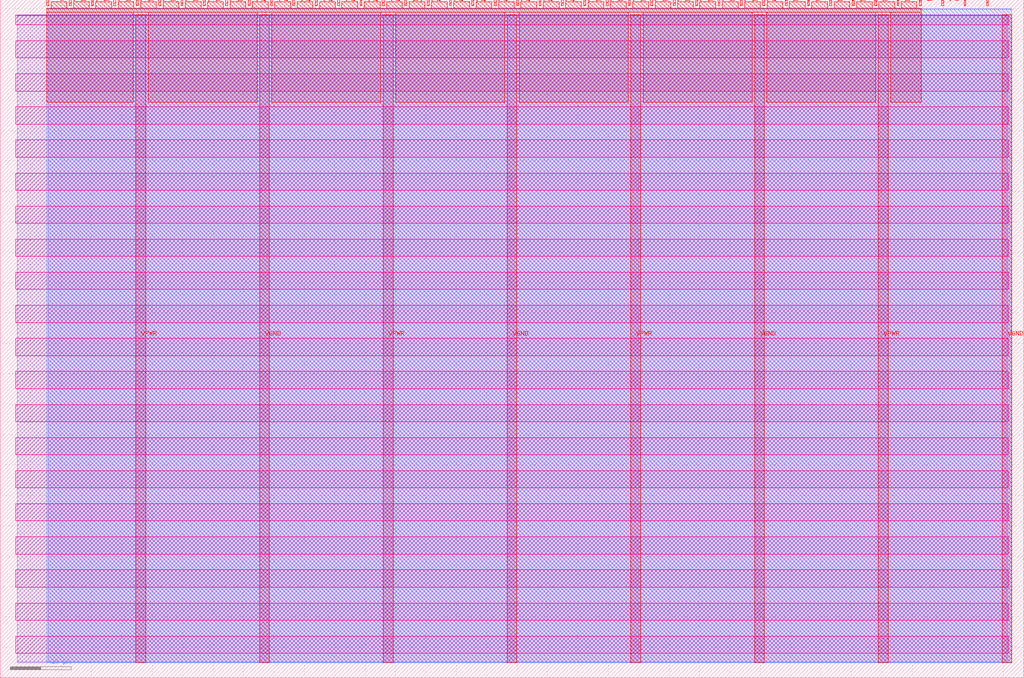
<source format=lef>
VERSION 5.7 ;
  NOWIREEXTENSIONATPIN ON ;
  DIVIDERCHAR "/" ;
  BUSBITCHARS "[]" ;
MACRO tt_um_dlmiles_muldiv4
  CLASS BLOCK ;
  FOREIGN tt_um_dlmiles_muldiv4 ;
  ORIGIN 0.000 0.000 ;
  SIZE 168.360 BY 111.520 ;
  PIN VGND
    DIRECTION INOUT ;
    USE GROUND ;
    PORT
      LAYER met4 ;
        RECT 42.670 2.480 44.270 109.040 ;
    END
    PORT
      LAYER met4 ;
        RECT 83.380 2.480 84.980 109.040 ;
    END
    PORT
      LAYER met4 ;
        RECT 124.090 2.480 125.690 109.040 ;
    END
    PORT
      LAYER met4 ;
        RECT 164.800 2.480 166.400 109.040 ;
    END
  END VGND
  PIN VPWR
    DIRECTION INOUT ;
    USE POWER ;
    PORT
      LAYER met4 ;
        RECT 22.315 2.480 23.915 109.040 ;
    END
    PORT
      LAYER met4 ;
        RECT 63.025 2.480 64.625 109.040 ;
    END
    PORT
      LAYER met4 ;
        RECT 103.735 2.480 105.335 109.040 ;
    END
    PORT
      LAYER met4 ;
        RECT 144.445 2.480 146.045 109.040 ;
    END
  END VPWR
  PIN clk
    DIRECTION INPUT ;
    USE SIGNAL ;
    PORT
      LAYER met4 ;
        RECT 158.550 110.520 158.850 111.520 ;
    END
  END clk
  PIN ena
    DIRECTION INPUT ;
    USE SIGNAL ;
    PORT
      LAYER met4 ;
        RECT 162.230 110.520 162.530 111.520 ;
    END
  END ena
  PIN rst_n
    DIRECTION INPUT ;
    USE SIGNAL ;
    PORT
      LAYER met4 ;
        RECT 154.870 110.520 155.170 111.520 ;
    END
  END rst_n
  PIN ui_in[0]
    DIRECTION INPUT ;
    USE SIGNAL ;
    ANTENNAGATEAREA 0.126000 ;
    PORT
      LAYER met4 ;
        RECT 151.190 110.520 151.490 111.520 ;
    END
  END ui_in[0]
  PIN ui_in[1]
    DIRECTION INPUT ;
    USE SIGNAL ;
    ANTENNAGATEAREA 0.213000 ;
    PORT
      LAYER met4 ;
        RECT 147.510 110.520 147.810 111.520 ;
    END
  END ui_in[1]
  PIN ui_in[2]
    DIRECTION INPUT ;
    USE SIGNAL ;
    ANTENNAGATEAREA 0.196500 ;
    PORT
      LAYER met4 ;
        RECT 143.830 110.520 144.130 111.520 ;
    END
  END ui_in[2]
  PIN ui_in[3]
    DIRECTION INPUT ;
    USE SIGNAL ;
    ANTENNAGATEAREA 0.196500 ;
    PORT
      LAYER met4 ;
        RECT 140.150 110.520 140.450 111.520 ;
    END
  END ui_in[3]
  PIN ui_in[4]
    DIRECTION INPUT ;
    USE SIGNAL ;
    ANTENNAGATEAREA 0.213000 ;
    PORT
      LAYER met4 ;
        RECT 136.470 110.520 136.770 111.520 ;
    END
  END ui_in[4]
  PIN ui_in[5]
    DIRECTION INPUT ;
    USE SIGNAL ;
    ANTENNAGATEAREA 0.159000 ;
    PORT
      LAYER met4 ;
        RECT 132.790 110.520 133.090 111.520 ;
    END
  END ui_in[5]
  PIN ui_in[6]
    DIRECTION INPUT ;
    USE SIGNAL ;
    ANTENNAGATEAREA 0.196500 ;
    PORT
      LAYER met4 ;
        RECT 129.110 110.520 129.410 111.520 ;
    END
  END ui_in[6]
  PIN ui_in[7]
    DIRECTION INPUT ;
    USE SIGNAL ;
    ANTENNAGATEAREA 0.196500 ;
    PORT
      LAYER met4 ;
        RECT 125.430 110.520 125.730 111.520 ;
    END
  END ui_in[7]
  PIN uio_in[0]
    DIRECTION INPUT ;
    USE SIGNAL ;
    PORT
      LAYER met4 ;
        RECT 121.750 110.520 122.050 111.520 ;
    END
  END uio_in[0]
  PIN uio_in[1]
    DIRECTION INPUT ;
    USE SIGNAL ;
    PORT
      LAYER met4 ;
        RECT 118.070 110.520 118.370 111.520 ;
    END
  END uio_in[1]
  PIN uio_in[2]
    DIRECTION INPUT ;
    USE SIGNAL ;
    PORT
      LAYER met4 ;
        RECT 114.390 110.520 114.690 111.520 ;
    END
  END uio_in[2]
  PIN uio_in[3]
    DIRECTION INPUT ;
    USE SIGNAL ;
    PORT
      LAYER met4 ;
        RECT 110.710 110.520 111.010 111.520 ;
    END
  END uio_in[3]
  PIN uio_in[4]
    DIRECTION INPUT ;
    USE SIGNAL ;
    PORT
      LAYER met4 ;
        RECT 107.030 110.520 107.330 111.520 ;
    END
  END uio_in[4]
  PIN uio_in[5]
    DIRECTION INPUT ;
    USE SIGNAL ;
    PORT
      LAYER met4 ;
        RECT 103.350 110.520 103.650 111.520 ;
    END
  END uio_in[5]
  PIN uio_in[6]
    DIRECTION INPUT ;
    USE SIGNAL ;
    ANTENNAGATEAREA 0.159000 ;
    PORT
      LAYER met4 ;
        RECT 99.670 110.520 99.970 111.520 ;
    END
  END uio_in[6]
  PIN uio_in[7]
    DIRECTION INPUT ;
    USE SIGNAL ;
    ANTENNAGATEAREA 0.213000 ;
    PORT
      LAYER met4 ;
        RECT 95.990 110.520 96.290 111.520 ;
    END
  END uio_in[7]
  PIN uio_oe[0]
    DIRECTION OUTPUT TRISTATE ;
    USE SIGNAL ;
    PORT
      LAYER met4 ;
        RECT 33.430 110.520 33.730 111.520 ;
    END
  END uio_oe[0]
  PIN uio_oe[1]
    DIRECTION OUTPUT TRISTATE ;
    USE SIGNAL ;
    PORT
      LAYER met4 ;
        RECT 29.750 110.520 30.050 111.520 ;
    END
  END uio_oe[1]
  PIN uio_oe[2]
    DIRECTION OUTPUT TRISTATE ;
    USE SIGNAL ;
    PORT
      LAYER met4 ;
        RECT 26.070 110.520 26.370 111.520 ;
    END
  END uio_oe[2]
  PIN uio_oe[3]
    DIRECTION OUTPUT TRISTATE ;
    USE SIGNAL ;
    PORT
      LAYER met4 ;
        RECT 22.390 110.520 22.690 111.520 ;
    END
  END uio_oe[3]
  PIN uio_oe[4]
    DIRECTION OUTPUT TRISTATE ;
    USE SIGNAL ;
    PORT
      LAYER met4 ;
        RECT 18.710 110.520 19.010 111.520 ;
    END
  END uio_oe[4]
  PIN uio_oe[5]
    DIRECTION OUTPUT TRISTATE ;
    USE SIGNAL ;
    PORT
      LAYER met4 ;
        RECT 15.030 110.520 15.330 111.520 ;
    END
  END uio_oe[5]
  PIN uio_oe[6]
    DIRECTION OUTPUT TRISTATE ;
    USE SIGNAL ;
    PORT
      LAYER met4 ;
        RECT 11.350 110.520 11.650 111.520 ;
    END
  END uio_oe[6]
  PIN uio_oe[7]
    DIRECTION OUTPUT TRISTATE ;
    USE SIGNAL ;
    PORT
      LAYER met4 ;
        RECT 7.670 110.520 7.970 111.520 ;
    END
  END uio_oe[7]
  PIN uio_out[0]
    DIRECTION OUTPUT TRISTATE ;
    USE SIGNAL ;
    PORT
      LAYER met4 ;
        RECT 62.870 110.520 63.170 111.520 ;
    END
  END uio_out[0]
  PIN uio_out[1]
    DIRECTION OUTPUT TRISTATE ;
    USE SIGNAL ;
    PORT
      LAYER met4 ;
        RECT 59.190 110.520 59.490 111.520 ;
    END
  END uio_out[1]
  PIN uio_out[2]
    DIRECTION OUTPUT TRISTATE ;
    USE SIGNAL ;
    PORT
      LAYER met4 ;
        RECT 55.510 110.520 55.810 111.520 ;
    END
  END uio_out[2]
  PIN uio_out[3]
    DIRECTION OUTPUT TRISTATE ;
    USE SIGNAL ;
    PORT
      LAYER met4 ;
        RECT 51.830 110.520 52.130 111.520 ;
    END
  END uio_out[3]
  PIN uio_out[4]
    DIRECTION OUTPUT TRISTATE ;
    USE SIGNAL ;
    PORT
      LAYER met4 ;
        RECT 48.150 110.520 48.450 111.520 ;
    END
  END uio_out[4]
  PIN uio_out[5]
    DIRECTION OUTPUT TRISTATE ;
    USE SIGNAL ;
    ANTENNADIFFAREA 0.445500 ;
    PORT
      LAYER met4 ;
        RECT 44.470 110.520 44.770 111.520 ;
    END
  END uio_out[5]
  PIN uio_out[6]
    DIRECTION OUTPUT TRISTATE ;
    USE SIGNAL ;
    PORT
      LAYER met4 ;
        RECT 40.790 110.520 41.090 111.520 ;
    END
  END uio_out[6]
  PIN uio_out[7]
    DIRECTION OUTPUT TRISTATE ;
    USE SIGNAL ;
    PORT
      LAYER met4 ;
        RECT 37.110 110.520 37.410 111.520 ;
    END
  END uio_out[7]
  PIN uo_out[0]
    DIRECTION OUTPUT TRISTATE ;
    USE SIGNAL ;
    ANTENNADIFFAREA 0.891000 ;
    PORT
      LAYER met4 ;
        RECT 92.310 110.520 92.610 111.520 ;
    END
  END uo_out[0]
  PIN uo_out[1]
    DIRECTION OUTPUT TRISTATE ;
    USE SIGNAL ;
    ANTENNADIFFAREA 1.484000 ;
    PORT
      LAYER met4 ;
        RECT 88.630 110.520 88.930 111.520 ;
    END
  END uo_out[1]
  PIN uo_out[2]
    DIRECTION OUTPUT TRISTATE ;
    USE SIGNAL ;
    ANTENNADIFFAREA 0.891000 ;
    PORT
      LAYER met4 ;
        RECT 84.950 110.520 85.250 111.520 ;
    END
  END uo_out[2]
  PIN uo_out[3]
    DIRECTION OUTPUT TRISTATE ;
    USE SIGNAL ;
    ANTENNADIFFAREA 0.891000 ;
    PORT
      LAYER met4 ;
        RECT 81.270 110.520 81.570 111.520 ;
    END
  END uo_out[3]
  PIN uo_out[4]
    DIRECTION OUTPUT TRISTATE ;
    USE SIGNAL ;
    ANTENNADIFFAREA 1.683800 ;
    PORT
      LAYER met4 ;
        RECT 77.590 110.520 77.890 111.520 ;
    END
  END uo_out[4]
  PIN uo_out[5]
    DIRECTION OUTPUT TRISTATE ;
    USE SIGNAL ;
    ANTENNADIFFAREA 0.891000 ;
    PORT
      LAYER met4 ;
        RECT 73.910 110.520 74.210 111.520 ;
    END
  END uo_out[5]
  PIN uo_out[6]
    DIRECTION OUTPUT TRISTATE ;
    USE SIGNAL ;
    ANTENNADIFFAREA 0.891000 ;
    PORT
      LAYER met4 ;
        RECT 70.230 110.520 70.530 111.520 ;
    END
  END uo_out[6]
  PIN uo_out[7]
    DIRECTION OUTPUT TRISTATE ;
    USE SIGNAL ;
    ANTENNADIFFAREA 0.891000 ;
    PORT
      LAYER met4 ;
        RECT 66.550 110.520 66.850 111.520 ;
    END
  END uo_out[7]
  OBS
      LAYER nwell ;
        RECT 2.570 107.385 165.790 108.990 ;
        RECT 2.570 101.945 165.790 104.775 ;
        RECT 2.570 96.505 165.790 99.335 ;
        RECT 2.570 91.065 165.790 93.895 ;
        RECT 2.570 85.625 165.790 88.455 ;
        RECT 2.570 80.185 165.790 83.015 ;
        RECT 2.570 74.745 165.790 77.575 ;
        RECT 2.570 69.305 165.790 72.135 ;
        RECT 2.570 63.865 165.790 66.695 ;
        RECT 2.570 58.425 165.790 61.255 ;
        RECT 2.570 52.985 165.790 55.815 ;
        RECT 2.570 47.545 165.790 50.375 ;
        RECT 2.570 42.105 165.790 44.935 ;
        RECT 2.570 36.665 165.790 39.495 ;
        RECT 2.570 31.225 165.790 34.055 ;
        RECT 2.570 25.785 165.790 28.615 ;
        RECT 2.570 20.345 165.790 23.175 ;
        RECT 2.570 14.905 165.790 17.735 ;
        RECT 2.570 9.465 165.790 12.295 ;
        RECT 2.570 4.025 165.790 6.855 ;
      LAYER li1 ;
        RECT 2.760 2.635 165.600 108.885 ;
      LAYER met1 ;
        RECT 2.760 2.480 166.400 109.040 ;
      LAYER met2 ;
        RECT 7.910 2.535 166.370 110.005 ;
      LAYER met3 ;
        RECT 7.630 2.555 166.390 109.985 ;
      LAYER met4 ;
        RECT 8.370 110.120 10.950 111.170 ;
        RECT 12.050 110.120 14.630 111.170 ;
        RECT 15.730 110.120 18.310 111.170 ;
        RECT 19.410 110.120 21.990 111.170 ;
        RECT 23.090 110.120 25.670 111.170 ;
        RECT 26.770 110.120 29.350 111.170 ;
        RECT 30.450 110.120 33.030 111.170 ;
        RECT 34.130 110.120 36.710 111.170 ;
        RECT 37.810 110.120 40.390 111.170 ;
        RECT 41.490 110.120 44.070 111.170 ;
        RECT 45.170 110.120 47.750 111.170 ;
        RECT 48.850 110.120 51.430 111.170 ;
        RECT 52.530 110.120 55.110 111.170 ;
        RECT 56.210 110.120 58.790 111.170 ;
        RECT 59.890 110.120 62.470 111.170 ;
        RECT 63.570 110.120 66.150 111.170 ;
        RECT 67.250 110.120 69.830 111.170 ;
        RECT 70.930 110.120 73.510 111.170 ;
        RECT 74.610 110.120 77.190 111.170 ;
        RECT 78.290 110.120 80.870 111.170 ;
        RECT 81.970 110.120 84.550 111.170 ;
        RECT 85.650 110.120 88.230 111.170 ;
        RECT 89.330 110.120 91.910 111.170 ;
        RECT 93.010 110.120 95.590 111.170 ;
        RECT 96.690 110.120 99.270 111.170 ;
        RECT 100.370 110.120 102.950 111.170 ;
        RECT 104.050 110.120 106.630 111.170 ;
        RECT 107.730 110.120 110.310 111.170 ;
        RECT 111.410 110.120 113.990 111.170 ;
        RECT 115.090 110.120 117.670 111.170 ;
        RECT 118.770 110.120 121.350 111.170 ;
        RECT 122.450 110.120 125.030 111.170 ;
        RECT 126.130 110.120 128.710 111.170 ;
        RECT 129.810 110.120 132.390 111.170 ;
        RECT 133.490 110.120 136.070 111.170 ;
        RECT 137.170 110.120 139.750 111.170 ;
        RECT 140.850 110.120 143.430 111.170 ;
        RECT 144.530 110.120 147.110 111.170 ;
        RECT 148.210 110.120 150.790 111.170 ;
        RECT 7.655 109.440 151.505 110.120 ;
        RECT 7.655 94.695 21.915 109.440 ;
        RECT 24.315 94.695 42.270 109.440 ;
        RECT 44.670 94.695 62.625 109.440 ;
        RECT 65.025 94.695 82.980 109.440 ;
        RECT 85.380 94.695 103.335 109.440 ;
        RECT 105.735 94.695 123.690 109.440 ;
        RECT 126.090 94.695 144.045 109.440 ;
        RECT 146.445 94.695 151.505 109.440 ;
  END
END tt_um_dlmiles_muldiv4
END LIBRARY


</source>
